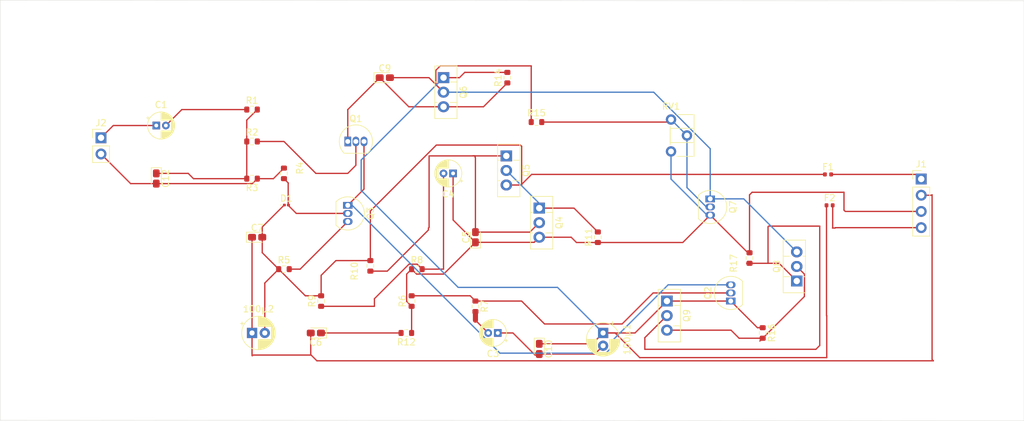
<source format=kicad_pcb>
(kicad_pcb (version 20240108) (generator "pcbnew") (generator_version "8.0")
  (title_block (title "Class A Hi-Fi Power Amplifier") (date "23/09/2024") (rev "1"))
  (layers (0 "F.Cu" signal) (31 "B.Cu" signal) (34 "B.Paste" user) (35 "F.Paste" user) (36 "B.SilkS" user "B.Silkscreen") (37 "F.SilkS" user "F.Silkscreen") (38 "B.Mask" user) (39 "F.Mask" user) (44 "Edge.Cuts" user))
  (net 0 "")
  (net 1 "Net-(Q2-C)")
  (net 2 "Earth")
  (net 3 "Net-(D1-K)")
  (net 4 "Net-(C1-Pad2)")
  (net 5 "Net-(C3-Pad2)")
  (net 6 "Net-(C4-Pad2)")
  (net 7 "Net-(Q4-C)")
  (net 8 "Net-(C6-Pad1)")
  (net 9 "Net-(Q6-C)")
  (net 10 "Net-(Q1-C)")
  (net 11 "Net-(C12-Pad1)")
  (net 12 "Net-(D1-A)")
  (net 13 "Net-(Q1-E)")
  (net 14 "Net-(Q1-B)")
  (net 15 "Net-(Q2-B)")
  (net 16 "Net-(Q3-E)")
  (net 17 "Net-(Q4-E)")
  (net 18 "Net-(Q7-B)")
  (net 19 "Net-(Q8-C)")
  (net 20 "Net-(Q8-E)")
  (net 21 "Net-(J2-Pin_1)")
  (net 22 "Net-(J2-Pin_2)")
  (net 23 "Net-(J1-Pin_2)")
  (net 24 "Net-(J1-Pin_3)")
  (net 25 "Net-(J1-Pin_1)")
  (net 26 "Net-(J1-Pin_4)")
  (footprint "Package_TO_SOT_THT:TO-92_Inline" (layer "F.Cu") (at 137.46 80.04 90)
    (property "Reference" "Q2" (at 1.27 -3.56 90) (layer "F.SilkS"))
    (property "Value" "BC546")
    (pad "1" thru_hole rect (at 0 0 90) (size 1.05 1.5) (drill 0.75) (layers "*.Cu" "*.Mask") (net 1 "Net-(Q2-C)"))
    (pad "2" thru_hole oval (at 1.27 0 90) (size 1.05 1.5) (drill 0.75) (layers "*.Cu" "*.Mask") (net 15 "Net-(Q2-B)"))
    (pad "3" thru_hole oval (at 2.54 0 90) (size 1.05 1.5) (drill 0.75) (layers "*.Cu" "*.Mask") (net 13 "Net-(Q1-E)"))
  )
  (footprint "Capacitor_THT:CP_Radial_D5.0mm_P2.00mm" (layer "F.Cu") (at 62.46 85.04)
    (property "Reference" "100µ2" (at 1 -3.75 0) (layer "F.SilkS"))
    (property "Value" "C_Polarized")
    (pad "1" thru_hole rect (at 0 0) (size 1.6 1.6) (drill 0.8) (layers "*.Cu" "*.Mask") (net 23 "Net-(J1-Pin_2)"))
    (pad "2" thru_hole circle (at 2 0) (size 1.6 1.6) (drill 0.8) (layers "*.Cu" "*.Mask") (net 3 "Net-(D1-K)"))
  )
  (footprint "Potentiometer_THT:Potentiometer_ACP_CA6-H2,5_Horizontal" (layer "F.Cu") (at 128.1 51.6)
    (property "Reference" "RV1" (at 0 -2.06 0) (layer "F.SilkS"))
    (property "Value" "2k")
    (pad "1" thru_hole circle (at 0 0) (size 1.62 1.62) (drill 0.9) (layers "*.Cu" "*.Mask") (net 18 "Net-(Q7-B)"))
    (pad "2" thru_hole circle (at 2.5 2.5) (size 1.62 1.62) (drill 0.9) (layers "*.Cu" "*.Mask") (net 18 "Net-(Q7-B)"))
    (pad "3" thru_hole circle (at 0 5) (size 1.62 1.62) (drill 0.9) (layers "*.Cu" "*.Mask") (net 24 "Net-(J1-Pin_3)"))
  )
  (footprint "Capacitor_THT:CP_Radial_D4.0mm_P1.50mm" (layer "F.Cu") (at 100.96 85.04 180)
    (property "Reference" "C3" (at 0.75 -3.25 0) (layer "F.SilkS"))
    (property "Value" "100µ")
    (pad "1" thru_hole rect (at 0 0 180) (size 1.2 1.2) (drill 0.6) (layers "*.Cu" "*.Mask") (net 2 "Earth"))
    (pad "2" thru_hole circle (at 1.5 0 180) (size 1.2 1.2) (drill 0.6) (layers "*.Cu" "*.Mask") (net 5 "Net-(C3-Pad2)"))
  )
  (footprint "Package_TO_SOT_THT:TO-126-3_Vertical" (layer "F.Cu") (at 92.46 45.04 -90)
    (property "Reference" "Q6" (at 2.28 -3.12 90) (layer "F.SilkS"))
    (property "Value" "BD140")
    (pad "1" thru_hole rect (at 0 0 270) (size 1.71 1.8) (drill 1) (layers "*.Cu" "*.Mask") (net 1 "Net-(Q2-C)"))
    (pad "2" thru_hole oval (at 2.28 0 270) (size 1.71 1.8) (drill 1) (layers "*.Cu" "*.Mask") (net 9 "Net-(Q6-C)"))
    (pad "3" thru_hole oval (at 4.56 0 270) (size 1.71 1.8) (drill 1) (layers "*.Cu" "*.Mask") (net 10 "Net-(Q1-C)"))
  )
  (footprint "Resistor_SMD:R_0603_1608Metric" (layer "F.Cu") (at 140.4 73.3 90)
    (property "Reference" "R17" (at -0.825 -2.5 90) (layer "F.SilkS"))
    (property "Value" "0R33")
    (pad "1" smd roundrect (at -0.825 0 90) (size 0.8 0.95) (layers "F.Cu" "F.Paste" "F.Mask") (net 20 "Net-(Q8-E)"))
    (pad "2" smd roundrect (at 0.825 0 90) (size 0.8 0.95) (layers "F.Cu" "F.Paste" "F.Mask") (net 24 "Net-(J1-Pin_3)"))
  )
  (footprint "Resistor_SMD:R_0603_1608Metric" (layer "F.Cu") (at 142.46 85.04 -90)
    (property "Reference" "R16" (at 0 -1.43 90) (layer "F.SilkS"))
    (property "Value" "220")
    (pad "1" smd roundrect (at -0.825 0 270) (size 0.8 0.95) (layers "F.Cu" "F.Paste" "F.Mask") (net 1 "Net-(Q2-C)"))
    (pad "2" smd roundrect (at 0.825 0 270) (size 0.8 0.95) (layers "F.Cu" "F.Paste" "F.Mask") (net 19 "Net-(Q8-C)"))
  )
  (footprint "Resistor_SMD:R_0603_1608Metric" (layer "F.Cu") (at 86.635 85.04 180)
    (property "Reference" "R12" (at 0 -1.43 0) (layer "F.SilkS"))
    (property "Value" "10")
    (pad "1" smd roundrect (at -0.825 0 180) (size 0.8 0.95) (layers "F.Cu" "F.Paste" "F.Mask") (net 24 "Net-(J1-Pin_3)"))
    (pad "2" smd roundrect (at 0.825 0 180) (size 0.8 0.95) (layers "F.Cu" "F.Paste" "F.Mask") (net 8 "Net-(C6-Pad1)"))
  )
  (footprint "Capacitor_Tantalum_SMD:CP_EIA-1608-10_AVX-L_Pad1.25x1.05mm_HandSolder" (layer "F.Cu") (at 83.26 45.04)
    (property "Reference" "C9" (at 0 -1.48 0) (layer "F.SilkS"))
    (property "Value" "100p")
    (pad "1" smd roundrect (at -0.8 0) (size 1.25 1.05) (layers "F.Cu" "F.Paste" "F.Mask") (roundrect_rratio 0.238095) (net 10 "Net-(Q1-C)"))
    (pad "2" smd roundrect (at 0.8 0) (size 1.25 1.05) (layers "F.Cu" "F.Paste" "F.Mask") (roundrect_rratio 0.238095) (net 9 "Net-(Q6-C)"))
  )
  (footprint "Resistor_SMD:R_0603_1608Metric" (layer "F.Cu") (at 73.285 80.04 90)
    (property "Reference" "R9" (at 0 -1.43 90) (layer "F.SilkS"))
    (property "Value" "3k3")
    (pad "1" smd roundrect (at -0.825 0 90) (size 0.8 0.95) (layers "F.Cu" "F.Paste" "F.Mask") (net 6 "Net-(C4-Pad2)"))
    (pad "2" smd roundrect (at 0.825 0 90) (size 0.8 0.95) (layers "F.Cu" "F.Paste" "F.Mask") (net 3 "Net-(D1-K)"))
  )
  (footprint "Package_TO_SOT_THT:TO-92_Inline" (layer "F.Cu") (at 77.46 55.04)
    (property "Reference" "Q1" (at 1.27 -3.56 0) (layer "F.SilkS"))
    (property "Value" "BC546")
    (pad "1" thru_hole rect (at 0 0) (size 1.05 1.5) (drill 0.75) (layers "*.Cu" "*.Mask") (net 10 "Net-(Q1-C)"))
    (pad "2" thru_hole oval (at 1.27 0) (size 1.05 1.5) (drill 0.75) (layers "*.Cu" "*.Mask") (net 14 "Net-(Q1-B)"))
    (pad "3" thru_hole oval (at 2.54 0) (size 1.05 1.5) (drill 0.75) (layers "*.Cu" "*.Mask") (net 13 "Net-(Q1-E)"))
  )
  (footprint "Package_TO_SOT_THT:TO-92_Inline" (layer "F.Cu") (at 134.24 64.03 -90)
    (property "Reference" "Q7" (at 1.27 -3.56 90) (layer "F.SilkS"))
    (property "Value" "BC546")
    (pad "1" thru_hole rect (at 0 0 270) (size 1.05 1.5) (drill 0.75) (layers "*.Cu" "*.Mask") (net 9 "Net-(Q6-C)"))
    (pad "2" thru_hole oval (at 1.27 0 270) (size 1.05 1.5) (drill 0.75) (layers "*.Cu" "*.Mask") (net 18 "Net-(Q7-B)"))
    (pad "3" thru_hole oval (at 2.54 0 270) (size 1.05 1.5) (drill 0.75) (layers "*.Cu" "*.Mask") (net 24 "Net-(J1-Pin_3)"))
  )
  (footprint "Package_TO_SOT_THT:TO-126-3_Vertical" (layer "F.Cu") (at 102.3 57.3 -90)
    (property "Reference" "Q5" (at 2.28 -3.12 90) (layer "F.SilkS"))
    (property "Value" "MJL4281")
    (pad "1" thru_hole rect (at 0 0 270) (size 1.71 1.8) (drill 1) (layers "*.Cu" "*.Mask") (net 7 "Net-(Q4-C)"))
    (pad "2" thru_hole oval (at 2.28 0 270) (size 1.71 1.8) (drill 1) (layers "*.Cu" "*.Mask") (net 17 "Net-(Q4-E)"))
    (pad "3" thru_hole oval (at 4.56 0 270) (size 1.71 1.8) (drill 1) (layers "*.Cu" "*.Mask") (net 3 "Net-(D1-K)"))
  )
  (footprint "Capacitor_Tantalum_SMD:CP_EIA-1608-10_AVX-L_Pad1.25x1.05mm_HandSolder" (layer "F.Cu") (at 107.46 87.54 -90)
    (property "Reference" "C10" (at 0 -1.48 90) (layer "F.SilkS"))
    (property "Value" "100n")
    (pad "1" smd roundrect (at -0.8 0 270) (size 1.25 1.05) (layers "F.Cu" "F.Paste" "F.Mask") (roundrect_rratio 0.238095) (net 1 "Net-(Q2-C)"))
    (pad "2" smd roundrect (at 0.8 0 270) (size 1.25 1.05) (layers "F.Cu" "F.Paste" "F.Mask") (roundrect_rratio 0.238095) (net 2 "Earth"))
  )
  (footprint "Fuse:Fuse_0402_1005Metric" (layer "F.Cu") (at 152.7 60.2)
    (property "Reference" "F1" (at 0 -1.17 0) (layer "F.SilkS"))
    (property "Value" "3A")
    (pad "1" smd roundrect (at -0.485 0) (size 0.59 0.64) (layers "F.Cu" "F.Paste" "F.Mask") (net 3 "Net-(D1-K)"))
    (pad "2" smd roundrect (at 0.485 0) (size 0.59 0.64) (layers "F.Cu" "F.Paste" "F.Mask") (net 25 "Net-(J1-Pin_1)"))
  )
  (footprint "Capacitor_THT:CP_Radial_D4.0mm_P1.50mm" (layer "F.Cu") (at 47.46 52.54)
    (property "Reference" "C1" (at 0.75 -3.25 0) (layer "F.SilkS"))
    (property "Value" "4.7µ")
    (pad "1" thru_hole rect (at 0 0) (size 1.2 1.2) (drill 0.6) (layers "*.Cu" "*.Mask") (net 21 "Net-(J2-Pin_1)"))
    (pad "2" thru_hole circle (at 1.5 0) (size 1.2 1.2) (drill 0.6) (layers "*.Cu" "*.Mask") (net 4 "Net-(C1-Pad2)"))
  )
  (footprint "Connector_PinHeader_2.54mm:PinHeader_1x02_P2.54mm_Vertical" (layer "F.Cu") (at 38.8 54.46)
    (property "Reference" "J2" (at 0 -2.33 0) (layer "F.SilkS"))
    (property "Value" "~")
    (pad "1" thru_hole rect (at 0 0) (size 1.7 1.7) (drill 1) (layers "*.Cu" "*.Mask") (net 21 "Net-(J2-Pin_1)"))
    (pad "2" thru_hole oval (at 0 2.54) (size 1.7 1.7) (drill 1) (layers "*.Cu" "*.Mask") (net 22 "Net-(J2-Pin_2)"))
  )
  (footprint "Fuse:Fuse_0402_1005Metric" (layer "F.Cu") (at 152.945 65.04)
    (property "Reference" "F2" (at 0 -1.17 0) (layer "F.SilkS"))
    (property "Value" "3A")
    (pad "1" smd roundrect (at -0.485 0) (size 0.59 0.64) (layers "F.Cu" "F.Paste" "F.Mask") (net 1 "Net-(Q2-C)"))
    (pad "2" smd roundrect (at 0.485 0) (size 0.59 0.64) (layers "F.Cu" "F.Paste" "F.Mask") (net 26 "Net-(J1-Pin_4)"))
  )
  (footprint "Capacitor_THT:CP_Radial_D4.0mm_P1.50mm" (layer "F.Cu") (at 93.96 60.04 180)
    (property "Reference" "C4" (at 0.75 -3.25 0) (layer "F.SilkS"))
    (property "Value" "100µ")
    (pad "1" thru_hole rect (at 0 0 180) (size 1.2 1.2) (drill 0.6) (layers "*.Cu" "*.Mask") (net 24 "Net-(J1-Pin_3)"))
    (pad "2" thru_hole circle (at 1.5 0 180) (size 1.2 1.2) (drill 0.6) (layers "*.Cu" "*.Mask") (net 6 "Net-(C4-Pad2)"))
  )
  (footprint "Resistor_SMD:R_0603_1608Metric" (layer "F.Cu") (at 62.46 60.865 180)
    (property "Reference" "R3" (at 0 -1.43 0) (layer "F.SilkS"))
    (property "Value" "22k")
    (pad "1" smd roundrect (at -0.825 0 180) (size 0.8 0.95) (layers "F.Cu" "F.Paste" "F.Mask") (net 22 "Net-(J2-Pin_2)"))
    (pad "2" smd roundrect (at 0.825 0 180) (size 0.8 0.95) (layers "F.Cu" "F.Paste" "F.Mask") (net 11 "Net-(C12-Pad1)"))
  )
  (footprint "Connector_PinHeader_2.54mm:PinHeader_1x04_P2.54mm_Vertical" (layer "F.Cu") (at 167.3 60.92)
    (property "Reference" "J1" (at 0 -2.33 0) (layer "F.SilkS"))
    (property "Value" "~")
    (pad "1" thru_hole rect (at 0 0) (size 1.7 1.7) (drill 1) (layers "*.Cu" "*.Mask") (net 25 "Net-(J1-Pin_1)"))
    (pad "2" thru_hole oval (at 0 2.54) (size 1.7 1.7) (drill 1) (layers "*.Cu" "*.Mask") (net 23 "Net-(J1-Pin_2)"))
    (pad "3" thru_hole oval (at 0 5.08) (size 1.7 1.7) (drill 1) (layers "*.Cu" "*.Mask") (net 24 "Net-(J1-Pin_3)"))
    (pad "4" thru_hole oval (at 0 7.62) (size 1.7 1.7) (drill 1) (layers "*.Cu" "*.Mask") (net 26 "Net-(J1-Pin_4)"))
  )
  (footprint "Resistor_SMD:R_0603_1608Metric" (layer "F.Cu") (at 62.46 55.04)
    (property "Reference" "R2" (at 0 -1.43 0) (layer "F.SilkS"))
    (property "Value" "1k")
    (pad "1" smd roundrect (at -0.825 0) (size 0.8 0.95) (layers "F.Cu" "F.Paste" "F.Mask") (net 11 "Net-(C12-Pad1)"))
    (pad "2" smd roundrect (at 0.825 0) (size 0.8 0.95) (layers "F.Cu" "F.Paste" "F.Mask") (net 14 "Net-(Q1-B)"))
  )
  (footprint "Resistor_SMD:R_0603_1608Metric" (layer "F.Cu") (at 97.46 80.865 -90)
    (property "Reference" "R7" (at 0 -1.43 90) (layer "F.SilkS"))
    (property "Value" "1k")
    (pad "1" smd roundrect (at -0.825 0 270) (size 0.8 0.95) (layers "F.Cu" "F.Paste" "F.Mask") (net 15 "Net-(Q2-B)"))
    (pad "2" smd roundrect (at 0.825 0 270) (size 0.8 0.95) (layers "F.Cu" "F.Paste" "F.Mask") (net 5 "Net-(C3-Pad2)"))
  )
  (footprint "Resistor_SMD:R_0603_1608Metric" (layer "F.Cu") (at 81 74.525 90)
    (property "Reference" "R10" (at -0.825 -2.5 90) (layer "F.SilkS"))
    (property "Value" "220")
    (pad "1" smd roundrect (at -0.825 0 90) (size 0.8 0.95) (layers "F.Cu" "F.Paste" "F.Mask") (net 7 "Net-(Q4-C)"))
    (pad "2" smd roundrect (at 0.825 0 90) (size 0.8 0.95) (layers "F.Cu" "F.Paste" "F.Mask") (net 3 "Net-(D1-K)"))
  )
  (footprint "Resistor_SMD:R_0603_1608Metric" (layer "F.Cu") (at 67.46 60.04 -90)
    (property "Reference" "R4" (at -0.825 -2.5 90) (layer "F.SilkS"))
    (property "Value" "22k")
    (pad "1" smd roundrect (at -0.825 0 270) (size 0.8 0.95) (layers "F.Cu" "F.Paste" "F.Mask") (net 22 "Net-(J2-Pin_2)"))
    (pad "2" smd roundrect (at 0.825 0 270) (size 0.8 0.95) (layers "F.Cu" "F.Paste" "F.Mask") (net 12 "Net-(D1-A)"))
  )
  (footprint "Resistor_SMD:R_0603_1608Metric" (layer "F.Cu") (at 116.635 70.04 90)
    (property "Reference" "R11" (at 0 -1.43 90) (layer "F.SilkS"))
    (property "Value" "0R33")
    (pad "1" smd roundrect (at -0.825 0 90) (size 0.8 0.95) (layers "F.Cu" "F.Paste" "F.Mask") (net 24 "Net-(J1-Pin_3)"))
    (pad "2" smd roundrect (at 0.825 0 90) (size 0.8 0.95) (layers "F.Cu" "F.Paste" "F.Mask") (net 17 "Net-(Q4-E)"))
  )
  (footprint "Resistor_SMD:R_0603_1608Metric" (layer "F.Cu") (at 102.46 45.04 90)
    (property "Reference" "R14" (at 0 -1.43 90) (layer "F.SilkS"))
    (property "Value" "560")
    (pad "1" smd roundrect (at -0.825 0 90) (size 0.8 0.95) (layers "F.Cu" "F.Paste" "F.Mask") (net 10 "Net-(Q1-C)"))
    (pad "2" smd roundrect (at 0.825 0 90) (size 0.8 0.95) (layers "F.Cu" "F.Paste" "F.Mask") (net 1 "Net-(Q2-C)"))
  )
  (footprint "Capacitor_Tantalum_SMD:CP_EIA-1608-10_AVX-L_Pad1.25x1.05mm_HandSolder" (layer "F.Cu") (at 97.46 70.04 90)
    (property "Reference" "C5" (at 0 -1.48 90) (layer "F.SilkS"))
    (property "Value" "100p")
    (pad "1" smd roundrect (at -0.8 0 90) (size 1.25 1.05) (layers "F.Cu" "F.Paste" "F.Mask") (roundrect_rratio 0.238095) (net 24 "Net-(J1-Pin_3)"))
    (pad "2" smd roundrect (at 0.8 0 90) (size 1.25 1.05) (layers "F.Cu" "F.Paste" "F.Mask") (roundrect_rratio 0.238095) (net 7 "Net-(Q4-C)"))
  )
  (footprint "Resistor_SMD:R_0603_1608Metric" (layer "F.Cu") (at 67.46 75.04)
    (property "Reference" "R5" (at 0 -1.43 0) (layer "F.SilkS"))
    (property "Value" "560")
    (pad "1" smd roundrect (at -0.825 0) (size 0.8 0.95) (layers "F.Cu" "F.Paste" "F.Mask") (net 3 "Net-(D1-K)"))
    (pad "2" smd roundrect (at 0.825 0) (size 0.8 0.95) (layers "F.Cu" "F.Paste" "F.Mask") (net 16 "Net-(Q3-E)"))
  )
  (footprint "Package_TO_SOT_THT:TO-126-3_Vertical" (layer "F.Cu") (at 107.46 65.48 -90)
    (property "Reference" "Q4" (at 2.28 -3.12 90) (layer "F.SilkS"))
    (property "Value" "BD140")
    (pad "1" thru_hole rect (at 0 0 270) (size 1.71 1.8) (drill 1) (layers "*.Cu" "*.Mask") (net 17 "Net-(Q4-E)"))
    (pad "2" thru_hole oval (at 2.28 0 270) (size 1.71 1.8) (drill 1) (layers "*.Cu" "*.Mask") (net 7 "Net-(Q4-C)"))
    (pad "3" thru_hole oval (at 4.56 0 270) (size 1.71 1.8) (drill 1) (layers "*.Cu" "*.Mask") (net 24 "Net-(J1-Pin_3)"))
  )
  (footprint "Capacitor_THT:CP_Radial_D5.0mm_P2.00mm" (layer "F.Cu") (at 117.46 85.04 -90)
    (property "Reference" "100µ1" (at 1 -3.75 90) (layer "F.SilkS"))
    (property "Value" "C_Polarized")
    (pad "1" thru_hole rect (at 0 0 270) (size 1.6 1.6) (drill 0.8) (layers "*.Cu" "*.Mask") (net 1 "Net-(Q2-C)"))
    (pad "2" thru_hole circle (at 2 0 270) (size 1.6 1.6) (drill 0.8) (layers "*.Cu" "*.Mask") (net 2 "Earth"))
  )
  (footprint "Resistor_SMD:R_0603_1608Metric" (layer "F.Cu") (at 62.46 50.04)
    (property "Reference" "R1" (at 0 -1.43 0) (layer "F.SilkS"))
    (property "Value" "1k")
    (pad "1" smd roundrect (at -0.825 0) (size 0.8 0.95) (layers "F.Cu" "F.Paste" "F.Mask") (net 4 "Net-(C1-Pad2)"))
    (pad "2" smd roundrect (at 0.825 0) (size 0.8 0.95) (layers "F.Cu" "F.Paste" "F.Mask") (net 11 "Net-(C12-Pad1)"))
  )
  (footprint "Resistor_SMD:R_0603_1608Metric" (layer "F.Cu") (at 87.46 80.04 90)
    (property "Reference" "R6" (at 0 -1.43 90) (layer "F.SilkS"))
    (property "Value" "22k")
    (pad "1" smd roundrect (at -0.825 0 90) (size 0.8 0.95) (layers "F.Cu" "F.Paste" "F.Mask") (net 24 "Net-(J1-Pin_3)"))
    (pad "2" smd roundrect (at 0.825 0 90) (size 0.8 0.95) (layers "F.Cu" "F.Paste" "F.Mask") (net 15 "Net-(Q2-B)"))
  )
  (footprint "Capacitor_Tantalum_SMD:CP_EIA-1608-10_AVX-L_Pad1.25x1.05mm_HandSolder" (layer "F.Cu") (at 63.26 70.04)
    (property "Reference" "C7" (at 0 -1.48 0) (layer "F.SilkS"))
    (property "Value" "100n")
    (pad "1" smd roundrect (at -0.8 0) (size 1.25 1.05) (layers "F.Cu" "F.Paste" "F.Mask") (roundrect_rratio 0.238095) (net 23 "Net-(J1-Pin_2)"))
    (pad "2" smd roundrect (at 0.8 0) (size 1.25 1.05) (layers "F.Cu" "F.Paste" "F.Mask") (roundrect_rratio 0.238095) (net 3 "Net-(D1-K)"))
  )
  (footprint "Resistor_SMD:R_0603_1608Metric" (layer "F.Cu") (at 107.025 52)
    (property "Reference" "R15" (at 0 -1.43 0) (layer "F.SilkS"))
    (property "Value" "1k")
    (pad "1" smd roundrect (at -0.825 0) (size 0.8 0.95) (layers "F.Cu" "F.Paste" "F.Mask") (net 9 "Net-(Q6-C)"))
    (pad "2" smd roundrect (at 0.825 0) (size 0.8 0.95) (layers "F.Cu" "F.Paste" "F.Mask") (net 18 "Net-(Q7-B)"))
  )
  (footprint "Package_TO_SOT_THT:TO-92_Inline" (layer "F.Cu") (at 77.46 65.04 -90)
    (property "Reference" "Q3" (at 1.27 -3.56 90) (layer "F.SilkS"))
    (property "Value" "BC546")
    (pad "1" thru_hole rect (at 0 0 270) (size 1.05 1.5) (drill 0.75) (layers "*.Cu" "*.Mask") (net 13 "Net-(Q1-E)"))
    (pad "2" thru_hole oval (at 1.27 0 270) (size 1.05 1.5) (drill 0.75) (layers "*.Cu" "*.Mask") (net 12 "Net-(D1-A)"))
    (pad "3" thru_hole oval (at 2.54 0 270) (size 1.05 1.5) (drill 0.75) (layers "*.Cu" "*.Mask") (net 16 "Net-(Q3-E)"))
  )
  (footprint "Package_TO_SOT_THT:TO-126-3_Vertical" (layer "F.Cu") (at 147.8 76.9 90)
    (property "Reference" "Q8" (at 2.28 -3.12 90) (layer "F.SilkS"))
    (property "Value" "BD139")
    (pad "1" thru_hole rect (at 0 0 90) (size 1.71 1.8) (drill 1) (layers "*.Cu" "*.Mask") (net 20 "Net-(Q8-E)"))
    (pad "2" thru_hole oval (at 2.28 0 90) (size 1.71 1.8) (drill 1) (layers "*.Cu" "*.Mask") (net 19 "Net-(Q8-C)"))
    (pad "3" thru_hole oval (at 4.56 0 90) (size 1.71 1.8) (drill 1) (layers "*.Cu" "*.Mask") (net 9 "Net-(Q6-C)"))
  )
  (footprint "Package_TO_SOT_THT:TO-126-3_Vertical" (layer "F.Cu") (at 127.46 80.04 -90)
    (property "Reference" "Q9" (at 2.28 -3.12 90) (layer "F.SilkS"))
    (property "Value" "MJL4302")
    (pad "1" thru_hole rect (at 0 0 270) (size 1.71 1.8) (drill 1) (layers "*.Cu" "*.Mask") (net 1 "Net-(Q2-C)"))
    (pad "2" thru_hole oval (at 2.28 0 270) (size 1.71 1.8) (drill 1) (layers "*.Cu" "*.Mask") (net 20 "Net-(Q8-E)"))
    (pad "3" thru_hole oval (at 4.56 0 270) (size 1.71 1.8) (drill 1) (layers "*.Cu" "*.Mask") (net 19 "Net-(Q8-C)"))
  )
  (footprint "Capacitor_Tantalum_SMD:CP_EIA-1608-10_AVX-L_Pad1.25x1.05mm_HandSolder" (layer "F.Cu") (at 47.46 60.84 -90)
    (property "Reference" "C12" (at 0 -1.48 -90) (layer "F.SilkS"))
    (property "Value" "100p")
    (pad "1" smd roundrect (at -0.8 0 270) (size 1.25 1.05) (layers "F.Cu" "F.Paste" "F.Mask") (roundrect_rratio 0.238095) (net 11 "Net-(C12-Pad1)"))
    (pad "2" smd roundrect (at 0.8 0 270) (size 1.25 1.05) (layers "F.Cu" "F.Paste" "F.Mask") (roundrect_rratio 0.238095) (net 22 "Net-(J2-Pin_2)"))
  )
  (footprint "Capacitor_Tantalum_SMD:CP_EIA-1608-10_AVX-L_Pad1.25x1.05mm_HandSolder" (layer "F.Cu") (at 72.46 85.04 180)
    (property "Reference" "C6" (at 0 -1.48 0) (layer "F.SilkS"))
    (property "Value" "100n")
    (pad "1" smd roundrect (at -0.8 0 180) (size 1.25 1.05) (layers "F.Cu" "F.Paste" "F.Mask") (roundrect_rratio 0.238095) (net 8 "Net-(C6-Pad1)"))
    (pad "2" smd roundrect (at 0.8 0 180) (size 1.25 1.05) (layers "F.Cu" "F.Paste" "F.Mask") (roundrect_rratio 0.238095) (net 23 "Net-(J1-Pin_2)"))
  )
  (footprint "Resistor_SMD:R_0603_1608Metric" (layer "F.Cu") (at 88.285 75.04)
    (property "Reference" "R8" (at 0 -1.43 0) (layer "F.SilkS"))
    (property "Value" "3k3")
    (pad "1" smd roundrect (at -0.825 0) (size 0.8 0.95) (layers "F.Cu" "F.Paste" "F.Mask") (net 24 "Net-(J1-Pin_3)"))
    (pad "2" smd roundrect (at 0.825 0) (size 0.8 0.95) (layers "F.Cu" "F.Paste" "F.Mask") (net 6 "Net-(C4-Pad2)"))
  )
  (footprint "Diode_SMD:D_0201_0603Metric" (layer "F.Cu") (at 67.845 65)
    (property "Reference" "D1" (at 0 -1.05 0) (layer "F.SilkS"))
    (property "Value" "LED")
    (pad "1" smd roundrect (at -0.32 0) (size 0.46 0.4) (layers "F.Cu" "F.Mask") (net 3 "Net-(D1-K)"))
    (pad "2" smd roundrect (at 0.32 0) (size 0.46 0.4) (layers "F.Cu" "F.Mask") (net 12 "Net-(D1-A)"))
  )
  (gr_line (start 183.4 98.8) (end 183.4 33) (stroke (width 0.05)) (layer "Edge.Cuts"))
  (gr_line (start 183.4 33) (end 23 32.9) (stroke (width 0.05)) (layer "Edge.Cuts"))
  (gr_line (start 23 34.9) (end 23 98.7) (stroke (width 0.05)) (layer "Edge.Cuts"))
  (gr_line (start 23 32.9) (end 23 34.9) (stroke (width 0.05)) (layer "Edge.Cuts"))
  (gr_line (start 23 98.7) (end 183.4 98.8) (stroke (width 0.05)) (layer "Edge.Cuts"))
  (segment (start 141.635 84.215) (end 137.46 80.04) (width 0.2) (layer "F.Cu") (net 1))
  (segment (start 152.5 88.9) (end 123.2 88.9) (width 0.2) (layer "F.Cu") (net 1))
  (segment (start 152.5 82.345686) (end 152.5 88.9) (width 0.2) (layer "F.Cu") (net 1))
  (segment (start 116.66 84.24) (end 117.46 85.04) (width 0.2) (layer "F.Cu") (net 1))
  (segment (start 117.46 85.04) (end 122.46 85.04) (width 0.2) (layer "F.Cu") (net 1))
  (segment (start 107.46 86.74) (end 115.76 86.74) (width 0.2) (layer "F.Cu") (net 1))
  (segment (start 119.34 85.04) (end 117.46 85.04) (width 0.2) (layer "F.Cu") (net 1))
  (segment (start 115.76 86.74) (end 117.46 85.04) (width 0.2) (layer "F.Cu") (net 1))
  (segment (start 152.46 65.04) (end 152.46 82.305686) (width 0.2) (layer "F.Cu") (net 1))
  (segment (start 127.46 80.04) (end 137.46 80.04) (width 0.2) (layer "F.Cu") (net 1))
  (segment (start 92.46 45.04) (end 94.96 45.04) (width 0.2) (layer "F.Cu") (net 1))
  (segment (start 123.2 88.9) (end 119.34 85.04) (width 0.2) (layer "F.Cu") (net 1))
  (segment (start 152.46 82.305686) (end 152.5 82.345686) (width 0.2) (layer "F.Cu") (net 1))
  (segment (start 95.785 44.215) (end 102.46 44.215) (width 0.2) (layer "F.Cu") (net 1))
  (segment (start 94.96 45.04) (end 95.785 44.215) (width 0.2) (layer "F.Cu") (net 1))
  (segment (start 142.46 84.215) (end 141.635 84.215) (width 0.2) (layer "F.Cu") (net 1))
  (segment (start 122.46 85.04) (end 127.46 80.04) (width 0.2) (layer "F.Cu") (net 1))
  (segment (start 79.56 62.705686) (end 79.56 57.94) (width 0.2) (layer "B.Cu") (net 1))
  (segment (start 117.46 85.04) (end 110.32 77.9) (width 0.2) (layer "B.Cu") (net 1))
  (segment (start 137.46 80.04) (end 137.685 80.04) (width 0.2) (layer "B.Cu") (net 1))
  (segment (start 110.32 77.9) (end 94.754314 77.9) (width 0.2) (layer "B.Cu") (net 1))
  (segment (start 79.56 57.94) (end 92.46 45.04) (width 0.2) (layer "B.Cu") (net 1))
  (segment (start 94.754314 77.9) (end 79.56 62.705686) (width 0.2) (layer "B.Cu") (net 1))
  (segment (start 116.16 88.34) (end 117.46 87.04) (width 0.2) (layer "F.Cu") (net 2))
  (segment (start 106.8 88.5) (end 107.3 88.5) (width 0.2) (layer "F.Cu") (net 2))
  (segment (start 107.46 88.34) (end 116.16 88.34) (width 0.2) (layer "F.Cu") (net 2))
  (segment (start 107.3 88.5) (end 107.46 88.34) (width 0.2) (layer "F.Cu") (net 2))
  (segment (start 100.96 85.04) (end 103.34 85.04) (width 0.2) (layer "F.Cu") (net 2))
  (segment (start 103.34 85.04) (end 105.4 87.1) (width 0.2) (layer "F.Cu") (net 2))
  (segment (start 105.4 87.1) (end 106.8 88.5) (width 0.2) (layer "F.Cu") (net 2))
  (segment (start 67.46 65.04) (end 64.06 68.44) (width 0.2) (layer "F.Cu") (net 3))
  (segment (start 106.26 60.2) (end 104.6 61.86) (width 0.2) (layer "F.Cu") (net 3))
  (segment (start 64.06 70.04) (end 64.06 68.44) (width 0.2) (layer "F.Cu") (net 3))
  (segment (start 64.06 70.04) (end 64.06 72.465) (width 0.2) (layer "F.Cu") (net 3))
  (segment (start 64.06 72.465) (end 66.635 75.04) (width 0.2) (layer "F.Cu") (net 3))
  (segment (start 73.285 79.215) (end 73.285 76.015) (width 0.2) (layer "F.Cu") (net 3))
  (segment (start 91.334315 55.6) (end 104.5 55.6) (width 0.2) (layer "F.Cu") (net 3))
  (segment (start 104.66 61.86) (end 104.6 61.86) (width 0.2) (layer "F.Cu") (net 3))
  (segment (start 64.46 85.04) (end 64.46 77.215) (width 0.2) (layer "F.Cu") (net 3))
  (segment (start 73.285 76.015) (end 75.6 73.7) (width 0.2) (layer "F.Cu") (net 3))
  (segment (start 81 65.934315) (end 91.334315 55.6) (width 0.2) (layer "F.Cu") (net 3))
  (segment (start 81 73.7) (end 81 65.934315) (width 0.2) (layer "F.Cu") (net 3))
  (segment (start 67.485 65.04) (end 67.46 65.04) (width 0.2) (layer "F.Cu") (net 3))
  (segment (start 152.215 60.2) (end 106.26 60.2) (width 0.2) (layer "F.Cu") (net 3))
  (segment (start 104.5 55.6) (end 104.7 55.8) (width 0.2) (layer "F.Cu") (net 3))
  (segment (start 66.635 75.04) (end 70.81 79.215) (width 0.2) (layer "F.Cu") (net 3))
  (segment (start 64.46 77.215) (end 66.635 75.04) (width 0.2) (layer "F.Cu") (net 3))
  (segment (start 70.81 79.215) (end 73.285 79.215) (width 0.2) (layer "F.Cu") (net 3))
  (segment (start 75.6 73.7) (end 81 73.7) (width 0.2) (layer "F.Cu") (net 3))
  (segment (start 104.7 55.8) (end 104.7 61.9) (width 0.2) (layer "F.Cu") (net 3))
  (segment (start 104.6 61.86) (end 102.3 61.86) (width 0.2) (layer "F.Cu") (net 3))
  (segment (start 104.7 61.9) (end 104.66 61.86) (width 0.2) (layer "F.Cu") (net 3))
  (segment (start 48.96 52.54) (end 51.46 50.04) (width 0.2) (layer "F.Cu") (net 4))
  (segment (start 51.46 50.04) (end 61.635 50.04) (width 0.2) (layer "F.Cu") (net 4))
  (segment (start 97.46 83.04) (end 99.46 85.04) (width 0.2) (layer "F.Cu") (net 5))
  (segment (start 97.46 81.69) (end 97.46 83.04) (width 0.8) (layer "F.Cu") (net 5))
  (segment (start 92.46 60.04) (end 92.46 75.04) (width 0.2) (layer "F.Cu") (net 6))
  (segment (start 89.11 75.04) (end 88.335 74.265) (width 0.2) (layer "F.Cu") (net 6))
  (segment (start 87.047352 74.265) (end 81.635 79.677352) (width 0.2) (layer "F.Cu") (net 6))
  (segment (start 73.285 80.865) (end 81.635 80.865) (width 0.2) (layer "F.Cu") (net 6))
  (segment (start 81.635 79.677352) (end 81.635 80.865) (width 0.2) (layer "F.Cu") (net 6))
  (segment (start 88.335 74.265) (end 87.047352 74.265) (width 0.2) (layer "F.Cu") (net 6))
  (segment (start 92.46 75.04) (end 89.11 75.04) (width 0.2) (layer "F.Cu") (net 6))
  (segment (start 83.65 75.35) (end 90.1 68.9) (width 0.2) (layer "F.Cu") (net 7))
  (segment (start 97.1 57.3) (end 97.4 57.3) (width 0.2) (layer "F.Cu") (net 7))
  (segment (start 81 75.35) (end 83.65 75.35) (width 0.2) (layer "F.Cu") (net 7))
  (segment (start 105.98 69.24) (end 107.46 67.76) (width 0.2) (layer "F.Cu") (net 7))
  (segment (start 97.46 69.24) (end 105.98 69.24) (width 0.2) (layer "F.Cu") (net 7))
  (segment (start 102.3 57.3) (end 97.1 57.3) (width 0.2) (layer "F.Cu") (net 7))
  (segment (start 90.1 68.9) (end 90.1 68.6) (width 0.2) (layer "F.Cu") (net 7))
  (segment (start 97.46 57.56) (end 97.46 69.24) (width 0.2) (layer "F.Cu") (net 7))
  (segment (start 90.2 57.3) (end 97.1 57.3) (width 0.2) (layer "F.Cu") (net 7))
  (segment (start 90.2 68.5) (end 90.2 57.3) (width 0.2) (layer "F.Cu") (net 7))
  (segment (start 90.1 68.6) (end 90.2 68.5) (width 0.2) (layer "F.Cu") (net 7))
  (segment (start 97.4 57.3) (end 97.4 57.5) (width 0.2) (layer "F.Cu") (net 7))
  (segment (start 97.4 57.5) (end 97.46 57.56) (width 0.2) (layer "F.Cu") (net 7))
  (segment (start 73.26 85.04) (end 85.81 85.04) (width 0.2) (layer "F.Cu") (net 8))
  (segment (start 90.18 45.04) (end 92.46 47.32) (width 0.2) (layer "F.Cu") (net 9))
  (segment (start 91.26 43.885) (end 91.26 46.12) (width 0.2) (layer "F.Cu") (net 9))
  (segment (start 84.06 45.04) (end 90.18 45.04) (width 0.2) (layer "F.Cu") (net 9))
  (segment (start 106.2 52) (end 106.2 43.2) (width 0.2) (layer "F.Cu") (net 9))
  (segment (start 106.2 43.2) (end 91.945 43.2) (width 0.2) (layer "F.Cu") (net 9))
  (segment (start 91.945 43.2) (end 91.26 43.885) (width 0.2) (layer "F.Cu") (net 9))
  (segment (start 91.26 46.12) (end 92.46 47.32) (width 0.2) (layer "F.Cu") (net 9))
  (segment (start 147.8 72.34) (end 139.49 64.03) (width 0.2) (layer "B.Cu") (net 9))
  (segment (start 139.49 64.03) (end 134.24 64.03) (width 0.2) (layer "B.Cu") (net 9))
  (segment (start 134.24 64.03) (end 134.24 56.170222) (width 0.2) (layer "B.Cu") (net 9))
  (segment (start 125.389778 47.32) (end 92.46 47.32) (width 0.2) (layer "B.Cu") (net 9))
  (segment (start 134.24 56.170222) (end 125.389778 47.32) (width 0.2) (layer "B.Cu") (net 9))
  (segment (start 92.46 49.6) (end 98.725 49.6) (width 0.2) (layer "F.Cu") (net 10))
  (segment (start 77.46 50.04) (end 82.46 45.04) (width 0.2) (layer "F.Cu") (net 10))
  (segment (start 87.02 49.6) (end 92.46 49.6) (width 0.2) (layer "F.Cu") (net 10))
  (segment (start 98.725 49.6) (end 102.46 45.865) (width 0.2) (layer "F.Cu") (net 10))
  (segment (start 77.46 55.04) (end 77.46 50.04) (width 0.2) (layer "F.Cu") (net 10))
  (segment (start 82.46 45.04) (end 87.02 49.6) (width 0.2) (layer "F.Cu") (net 10))
  (segment (start 61.635 51.69) (end 63.285 50.04) (width 0.2) (layer "F.Cu") (net 11))
  (segment (start 47.46 60.04) (end 52.46 60.04) (width 0.2) (layer "F.Cu") (net 11))
  (segment (start 61.635 55.04) (end 61.635 60.865) (width 0.2) (layer "F.Cu") (net 11))
  (segment (start 61.635 55.04) (end 61.635 51.69) (width 0.2) (layer "F.Cu") (net 11))
  (segment (start 52.46 60.04) (end 53.285 60.865) (width 0.2) (layer "F.Cu") (net 11))
  (segment (start 53.285 60.865) (end 61.635 60.865) (width 0.2) (layer "F.Cu") (net 11))
  (segment (start 67.46 60.865) (end 68.125 61.53) (width 0.2) (layer "F.Cu") (net 12))
  (segment (start 68.125 61.53) (end 68.125 65.04) (width 0.2) (layer "F.Cu") (net 12))
  (segment (start 68.125 65.04) (end 69.395 66.31) (width 0.2) (layer "F.Cu") (net 12))
  (segment (start 69.395 66.31) (end 77.46 66.31) (width 0.2) (layer "F.Cu") (net 12))
  (segment (start 77.46 65.04) (end 80 62.5) (width 0.2) (layer "F.Cu") (net 13))
  (segment (start 80 62.5) (end 80 55.04) (width 0.2) (layer "F.Cu") (net 13))
  (segment (start 117.9 88.2) (end 101.3 88.2) (width 0.2) (layer "B.Cu") (net 13))
  (segment (start 118.56 87.54) (end 117.9 88.2) (width 0.2) (layer "B.Cu") (net 13))
  (segment (start 101.3 88.2) (end 78.14 65.04) (width 0.2) (layer "B.Cu") (net 13))
  (segment (start 118.56 86.585) (end 118.56 87.54) (width 0.2) (layer "B.Cu") (net 13))
  (segment (start 127.645 77.5) (end 118.56 86.585) (width 0.2) (layer "B.Cu") (net 13))
  (segment (start 78.14 65.04) (end 77.46 65.04) (width 0.2) (layer "B.Cu") (net 13))
  (segment (start 137.46 77.5) (end 127.645 77.5) (width 0.2) (layer "B.Cu") (net 13))
  (segment (start 77.46 60.04) (end 72.46 60.04) (width 0.2) (layer "F.Cu") (net 14))
  (segment (start 72.46 60.04) (end 67.46 55.04) (width 0.2) (layer "F.Cu") (net 14))
  (segment (start 78.73 58.77) (end 77.46 60.04) (width 0.2) (layer "F.Cu") (net 14))
  (segment (start 78.73 54.435) (end 78.73 55.04) (width 0.2) (layer "F.Cu") (net 14))
  (segment (start 67.46 55.04) (end 63.285 55.04) (width 0.2) (layer "F.Cu") (net 14))
  (segment (start 78.73 55.04) (end 78.73 58.77) (width 0.2) (layer "F.Cu") (net 14))
  (segment (start 96.635 79.215) (end 97.46 80.04) (width 0.2) (layer "F.Cu") (net 15))
  (segment (start 120.439522 83.630256) (end 108.285 83.630256) (width 0.2) (layer "F.Cu") (net 15))
  (segment (start 125.299778 78.77) (end 120.439522 83.630256) (width 0.2) (layer "F.Cu") (net 15))
  (segment (start 137.46 78.77) (end 125.299778 78.77) (width 0.2) (layer "F.Cu") (net 15))
  (segment (start 108.285 83.630256) (end 104.694744 80.04) (width 0.2) (layer "F.Cu") (net 15))
  (segment (start 104.694744 80.04) (end 97.46 80.04) (width 0.2) (layer "F.Cu") (net 15))
  (segment (start 87.46 79.215) (end 96.635 79.215) (width 0.2) (layer "F.Cu") (net 15))
  (segment (start 68.285 75.04) (end 70 75.04) (width 0.2) (layer "F.Cu") (net 16))
  (segment (start 70 75.04) (end 77.46 67.58) (width 0.2) (layer "F.Cu") (net 16))
  (segment (start 107.46 65.48) (end 112.9 65.48) (width 0.2) (layer "F.Cu") (net 17))
  (segment (start 112.9 65.48) (end 116.635 69.215) (width 0.2) (layer "F.Cu") (net 17))
  (segment (start 102.3 59.58) (end 107.46 64.74) (width 0.2) (layer "B.Cu") (net 17))
  (segment (start 107.46 64.74) (end 107.46 65.48) (width 0.2) (layer "B.Cu") (net 17))
  (segment (start 134.685 64.855) (end 134.24 65.3) (width 0.1) (layer "F.Cu") (net 18))
  (segment (start 107.85 52) (end 127.7 52) (width 0.2) (layer "F.Cu") (net 18))
  (segment (start 127.7 52) (end 128.1 51.6) (width 0.2) (layer "F.Cu") (net 18))
  (segment (start 130.6 62.265) (end 133.635 65.3) (width 0.2) (layer "B.Cu") (net 18))
  (segment (start 133.635 65.3) (end 134.24 65.3) (width 0.2) (layer "B.Cu") (net 18))
  (segment (start 130.6 54.1) (end 128.1 51.6) (width 0.2) (layer "B.Cu") (net 18))
  (segment (start 130.6 54.1) (end 130.6 62.265) (width 0.2) (layer "B.Cu") (net 18))
  (segment (start 137.5 84.6) (end 138.765 85.865) (width 0.2) (layer "F.Cu") (net 19))
  (segment (start 142.46 85.865) (end 149 79.325) (width 0.2) (layer "F.Cu") (net 19))
  (segment (start 149 75.82) (end 147.8 74.62) (width 0.2) (layer "F.Cu") (net 19))
  (segment (start 149 79.325) (end 149 75.82) (width 0.2) (layer "F.Cu") (net 19))
  (segment (start 142.02 86.305) (end 142.46 85.865) (width 0.2) (layer "F.Cu") (net 19))
  (segment (start 138.765 85.865) (end 142.46 85.865) (width 0.2) (layer "F.Cu") (net 19))
  (segment (start 127.46 84.6) (end 137.5 84.6) (width 0.2) (layer "F.Cu") (net 19))
  (segment (start 151.4 87) (end 151.4 68.3) (width 0.2) (layer "F.Cu") (net 20))
  (segment (start 143.3 68.4) (end 143.3 74.125) (width 0.2) (layer "F.Cu") (net 20))
  (segment (start 124 87.6) (end 150.8 87.6) (width 0.2) (layer "F.Cu") (net 20))
  (segment (start 145.025 74.125) (end 147.8 76.9) (width 0.2) (layer "F.Cu") (net 20))
  (segment (start 140.4 74.125) (end 143.3 74.125) (width 0.2) (layer "F.Cu") (net 20))
  (segment (start 143.3 74.125) (end 145.025 74.125) (width 0.2) (layer "F.Cu") (net 20))
  (segment (start 151.4 68.3) (end 143.4 68.3) (width 0.2) (layer "F.Cu") (net 20))
  (segment (start 150.8 87.6) (end 151.4 87) (width 0.2) (layer "F.Cu") (net 20))
  (segment (start 127.46 82.32) (end 124 85.78) (width 0.2) (layer "F.Cu") (net 20))
  (segment (start 140.4 74.125) (end 139.937648 74.125) (width 0.2) (layer "F.Cu") (net 20))
  (segment (start 143.4 68.3) (end 143.3 68.4) (width 0.2) (layer "F.Cu") (net 20))
  (segment (start 124 85.78) (end 124 87.6) (width 0.2) (layer "F.Cu") (net 20))
  (segment (start 47.46 52.54) (end 40.72 52.54) (width 0.2) (layer "F.Cu") (net 21))
  (segment (start 40.72 52.54) (end 38.8 54.46) (width 0.2) (layer "F.Cu") (net 21))
  (segment (start 62.51 61.64) (end 63.285 60.865) (width 0.2) (layer "F.Cu") (net 22))
  (segment (start 47.46 61.64) (end 62.51 61.64) (width 0.2) (layer "F.Cu") (net 22))
  (segment (start 43.44 61.64) (end 38.8 57) (width 0.2) (layer "F.Cu") (net 22))
  (segment (start 63.285 60.865) (end 65.81 60.865) (width 0.2) (layer "F.Cu") (net 22))
  (segment (start 47.46 61.64) (end 43.44 61.64) (width 0.2) (layer "F.Cu") (net 22))
  (segment (start 65.81 60.865) (end 67.46 59.215) (width 0.2) (layer "F.Cu") (net 22))
  (segment (start 71.66 88.44) (end 71.6 88.5) (width 0.2) (layer "F.Cu") (net 23))
  (segment (start 62.6 88.5) (end 62.5 88.6) (width 0.2) (layer "F.Cu") (net 23))
  (segment (start 62.46 88.56) (end 62.46 85.04) (width 0.2) (layer "F.Cu") (net 23))
  (segment (start 71.6 88.5) (end 62.6 88.5) (width 0.2) (layer "F.Cu") (net 23))
  (segment (start 72.62 89.4) (end 169.2 89.4) (width 0.2) (layer "F.Cu") (net 23))
  (segment (start 168.94 63.46) (end 167.3 63.46) (width 0.2) (layer "F.Cu") (net 23))
  (segment (start 71.66 88.44) (end 72.62 89.4) (width 0.2) (layer "F.Cu") (net 23))
  (segment (start 169.2 89.4) (end 169 89.2) (width 0.2) (layer "F.Cu") (net 23))
  (segment (start 71.66 85.04) (end 71.66 88.44) (width 0.2) (layer "F.Cu") (net 23))
  (segment (start 62.5 88.6) (end 62.46 88.56) (width 0.2) (layer "F.Cu") (net 23))
  (segment (start 169 89.2) (end 169 63.4) (width 0.2) (layer "F.Cu") (net 23))
  (segment (start 62.46 84.474315) (end 62.177157 84.757158) (width 0.2) (layer "F.Cu") (net 23))
  (segment (start 62.46 70.04) (end 62.46 84.474315) (width 0.2) (layer "F.Cu") (net 23))
  (segment (start 169 63.4) (end 168.94 63.46) (width 0.2) (layer "F.Cu") (net 23))
  (segment (start 155.2 65.8) (end 155.2 63) (width 0.2) (layer "F.Cu") (net 24))
  (segment (start 93.96 67.34) (end 97.46 70.84) (width 0.2) (layer "F.Cu") (net 24))
  (segment (start 140.8 63) (end 140.4 63.4) (width 0.2) (layer "F.Cu") (net 24))
  (segment (start 86.685 75.815) (end 86.685 80.09) (width 0.2) (layer "F.Cu") (net 24))
  (segment (start 97.46 70.84) (end 106.66 70.84) (width 0.2) (layer "F.Cu") (net 24))
  (segment (start 129.945 70.865) (end 134.24 66.57) (width 0.2) (layer "F.Cu") (net 24))
  (segment (start 106.66 70.84) (end 107.46 70.04) (width 0.2) (layer "F.Cu") (net 24))
  (segment (start 86.685 80.09) (end 87.46 80.865) (width 0.2) (layer "F.Cu") (net 24))
  (segment (start 97.46 70.84) (end 92.485 75.815) (width 0.2) (layer "F.Cu") (net 24))
  (segment (start 87.46 75.04) (end 86.685 75.815) (width 0.2) (layer "F.Cu") (net 24))
  (segment (start 113.285 70.865) (end 116.635 70.865) (width 0.2) (layer "F.Cu") (net 24))
  (segment (start 155.4 66) (end 155.2 65.8) (width 0.2) (layer "F.Cu") (net 24))
  (segment (start 140.145 72.475) (end 134.24 66.57) (width 0.2) (layer "F.Cu") (net 24))
  (segment (start 88.235 75.815) (end 87.46 75.04) (width 0.2) (layer "F.Cu") (net 24))
  (segment (start 167.3 66) (end 155.4 66) (width 0.2) (layer "F.Cu") (net 24))
  (segment (start 112.46 70.04) (end 113.285 70.865) (width 0.2) (layer "F.Cu") (net 24))
  (segment (start 140.4 72.475) (end 140.145 72.475) (width 0.2) (layer "F.Cu") (net 24))
  (segment (start 92.485 75.815) (end 88.235 75.815) (width 0.2) (layer "F.Cu") (net 24))
  (segment (start 140.4 63.4) (end 140.4 72.475) (width 0.2) (layer "F.Cu") (net 24))
  (segment (start 107.46 70.04) (end 112.46 70.04) (width 0.2) (layer "F.Cu") (net 24))
  (segment (start 93.96 60.04) (end 93.96 67.34) (width 0.2) (layer "F.Cu") (net 24))
  (segment (start 155.2 63) (end 140.8 63) (width 0.2) (layer "F.Cu") (net 24))
  (segment (start 116.635 70.865) (end 129.945 70.865) (width 0.2) (layer "F.Cu") (net 24))
  (segment (start 87.46 85.04) (end 87.46 80.865) (width 0.2) (layer "F.Cu") (net 24))
  (segment (start 128.1 60.93) (end 133.74 66.57) (width 0.2) (layer "B.Cu") (net 24))
  (segment (start 133.74 66.57) (end 134.24 66.57) (width 0.2) (layer "B.Cu") (net 24))
  (segment (start 128.1 56.6) (end 128.1 60.93) (width 0.2) (layer "B.Cu") (net 24))
  (segment (start 153.185 60.2) (end 166.58 60.2) (width 0.2) (layer "F.Cu") (net 25))
  (segment (start 166.58 60.2) (end 167.3 60.92) (width 0.2) (layer "F.Cu") (net 25))
  (segment (start 153.86 68.54) (end 167.3 68.54) (width 0.2) (layer "F.Cu") (net 26))
  (segment (start 153.8 68.6) (end 153.86 68.54) (width 0.2) (layer "F.Cu") (net 26))
  (segment (start 153.43 65.04) (end 153.43 68.57) (width 0.2) (layer "F.Cu") (net 26))
  (segment (start 153.43 68.57) (end 153.4 68.6) (width 0.2) (layer "F.Cu") (net 26))
  (segment (start 153.4 68.6) (end 153.8 68.6) (width 0.2) (layer "F.Cu") (net 26))
)
</source>
